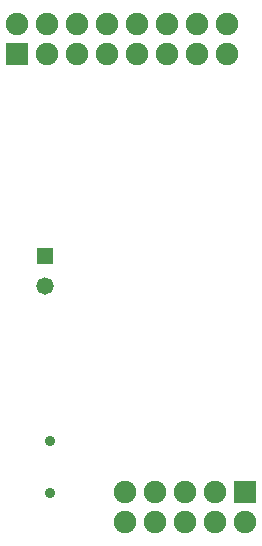
<source format=gbr>
G04 DipTrace 2.4.0.2*
%INBottomMask.gbr*%
%MOIN*%
%ADD35C,0.0354*%
%ADD55R,0.0579X0.0579*%
%ADD57C,0.0579*%
%ADD63C,0.0748*%
%ADD65R,0.0748X0.0748*%
%FSLAX44Y44*%
G04*
G70*
G90*
G75*
G01*
%LNBotMask*%
%LPD*%
D65*
X12508Y5802D3*
D63*
Y4802D3*
X11508Y5802D3*
Y4802D3*
X10508Y5802D3*
Y4802D3*
X9508Y5802D3*
Y4802D3*
X8508Y5802D3*
Y4802D3*
D57*
X5843Y12659D3*
D55*
Y13659D3*
D65*
X4922Y20398D3*
D63*
Y21398D3*
X5922Y20398D3*
Y21398D3*
X6922Y20398D3*
Y21398D3*
X7922Y20398D3*
Y21398D3*
X8922Y20398D3*
Y21398D3*
X9922Y20398D3*
Y21398D3*
X10922Y20398D3*
Y21398D3*
X11922Y20398D3*
Y21398D3*
D35*
X6019Y7492D3*
Y5760D3*
M02*

</source>
